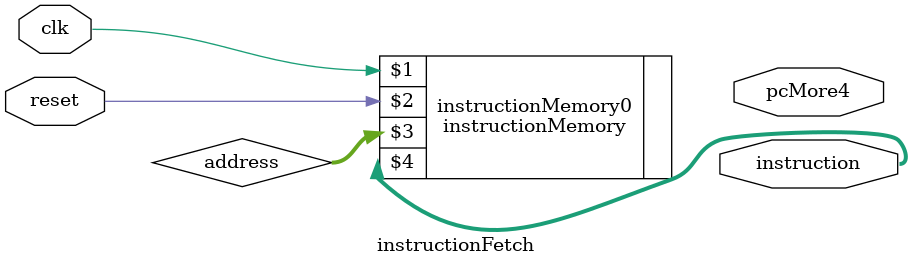
<source format=sv>
module instructionFetch(
    input logic clk,
    input logic reset,
    output logic [31:0] pcMore4,
    output logic [31:0] instruction
);

logic [31:0] address;

instructionMemory instructionMemory0 (clk, reset, address, instruction);

endmodule 
</source>
